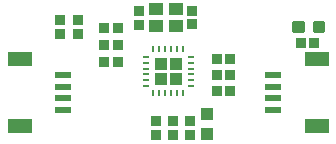
<source format=gtp>
G75*
%MOIN*%
%OFA0B0*%
%FSLAX25Y25*%
%IPPOS*%
%LPD*%
%AMOC8*
5,1,8,0,0,1.08239X$1,22.5*
%
%ADD10R,0.07874X0.04724*%
%ADD11R,0.05315X0.02362*%
%ADD12R,0.00984X0.02165*%
%ADD13R,0.02165X0.00984*%
%ADD14R,0.03937X0.03937*%
%ADD15R,0.03543X0.03346*%
%ADD16R,0.03346X0.03543*%
%ADD17R,0.03937X0.04331*%
%ADD18R,0.04724X0.04331*%
%ADD19C,0.01181*%
D10*
X0121865Y0101976D03*
X0121865Y0124024D03*
X0220802Y0124024D03*
X0220802Y0101976D03*
D11*
X0206333Y0107094D03*
X0206333Y0111031D03*
X0206333Y0114969D03*
X0206333Y0118906D03*
X0136333Y0118906D03*
X0136333Y0114969D03*
X0136333Y0111031D03*
X0136333Y0107094D03*
D12*
X0166412Y0112717D03*
X0168381Y0112717D03*
X0170349Y0112717D03*
X0172318Y0112717D03*
X0174286Y0112717D03*
X0176255Y0112717D03*
X0176255Y0127480D03*
X0174286Y0127480D03*
X0172318Y0127480D03*
X0170349Y0127480D03*
X0168381Y0127480D03*
X0166412Y0127480D03*
D13*
X0164050Y0124921D03*
X0164050Y0122953D03*
X0164050Y0120984D03*
X0164050Y0119016D03*
X0164050Y0117047D03*
X0164050Y0115079D03*
X0178814Y0115079D03*
X0178814Y0117047D03*
X0178814Y0119016D03*
X0178814Y0120984D03*
X0178814Y0122953D03*
X0178814Y0124921D03*
D14*
X0173892Y0122559D03*
X0168774Y0122559D03*
X0168774Y0117441D03*
X0173892Y0117441D03*
D15*
X0172933Y0103483D03*
X0167333Y0103483D03*
X0167333Y0098917D03*
X0172933Y0098917D03*
X0178433Y0098917D03*
X0178433Y0103483D03*
X0141333Y0132617D03*
X0141333Y0137183D03*
X0135133Y0137183D03*
X0135133Y0132617D03*
X0161733Y0135600D03*
X0161733Y0140167D03*
X0179233Y0140300D03*
X0179233Y0135733D03*
D16*
X0187450Y0124300D03*
X0192017Y0124300D03*
X0192017Y0118900D03*
X0187450Y0118900D03*
X0187450Y0113500D03*
X0192017Y0113500D03*
X0215450Y0129600D03*
X0220017Y0129600D03*
X0154517Y0129000D03*
X0149950Y0129000D03*
X0149950Y0134600D03*
X0154517Y0134600D03*
X0154517Y0123100D03*
X0149950Y0123100D03*
D17*
X0184233Y0105846D03*
X0184233Y0099154D03*
D18*
X0173796Y0135183D03*
X0167103Y0135183D03*
X0167103Y0140695D03*
X0173796Y0140695D03*
D19*
X0216159Y0136178D02*
X0216159Y0133422D01*
X0213403Y0133422D01*
X0213403Y0136178D01*
X0216159Y0136178D01*
X0216159Y0134544D02*
X0213403Y0134544D01*
X0213403Y0135666D02*
X0216159Y0135666D01*
X0223064Y0136178D02*
X0223064Y0133422D01*
X0220308Y0133422D01*
X0220308Y0136178D01*
X0223064Y0136178D01*
X0223064Y0134544D02*
X0220308Y0134544D01*
X0220308Y0135666D02*
X0223064Y0135666D01*
M02*

</source>
